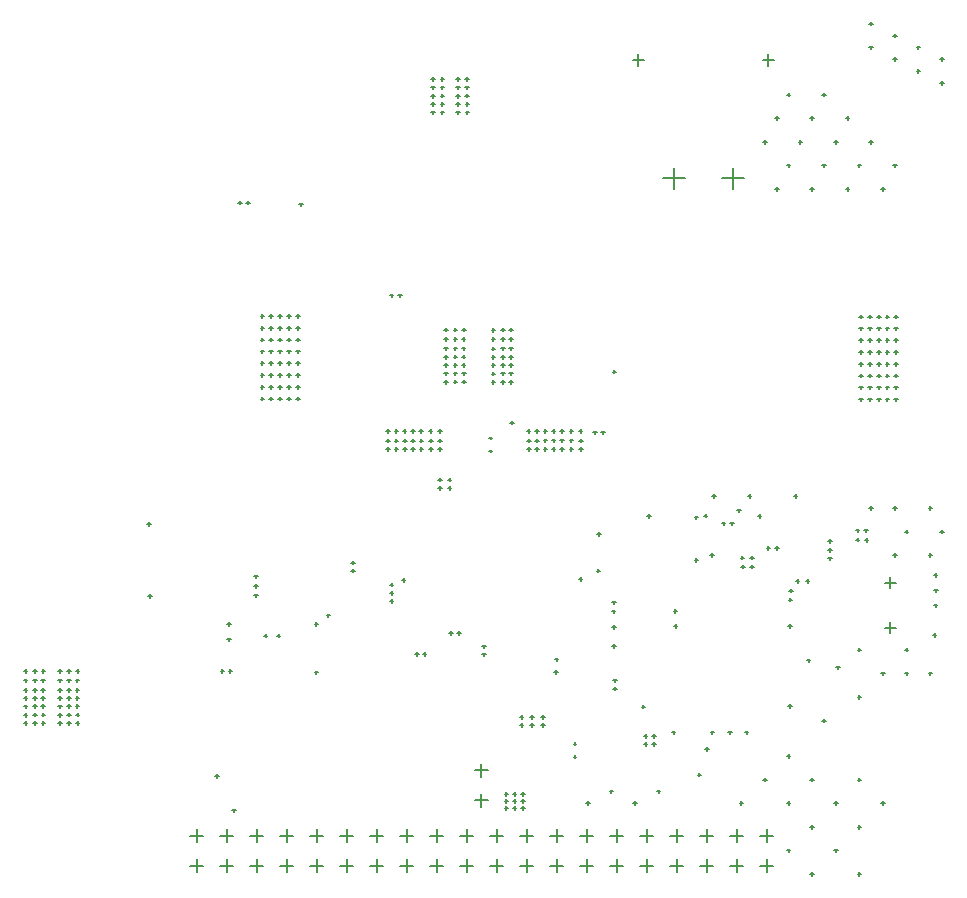
<source format=gbr>
%TF.GenerationSoftware,Altium Limited,Altium Designer,21.6.1 (37)*%
G04 Layer_Color=128*
%FSLAX45Y45*%
%MOMM*%
%TF.SameCoordinates,308497C2-864B-4A42-B135-7B231B7309CE*%
%TF.FilePolarity,Positive*%
%TF.FileFunction,Drillmap*%
%TF.Part,Single*%
G01*
G75*
%TA.AperFunction,NonConductor*%
%ADD175C,0.12700*%
D175*
X3566000Y271000D02*
X3676000D01*
X3621000Y216000D02*
Y326000D01*
X3820000Y271000D02*
X3930000D01*
X3875000Y216000D02*
Y326000D01*
X4074000Y271000D02*
X4184000D01*
X4129000Y216000D02*
Y326000D01*
X4328000Y271000D02*
X4438000D01*
X4383000Y216000D02*
Y326000D01*
X4582000Y271000D02*
X4692000D01*
X4637000Y216000D02*
Y326000D01*
X4836000Y271000D02*
X4946000D01*
X4891000Y216000D02*
Y326000D01*
X5090000Y271000D02*
X5200000D01*
X5145000Y216000D02*
Y326000D01*
X5344000Y271000D02*
X5454000D01*
X5399000Y216000D02*
Y326000D01*
X5598000Y271000D02*
X5708000D01*
X5653000Y216000D02*
Y326000D01*
X6360000Y525000D02*
X6470000D01*
X6415000Y470000D02*
Y580000D01*
X6106000Y271000D02*
X6216000D01*
X6161000Y216000D02*
Y326000D01*
X5852000Y271000D02*
X5962000D01*
X5907000Y216000D02*
Y326000D01*
X6106000Y525000D02*
X6216000D01*
X6161000Y470000D02*
Y580000D01*
X3566000Y525000D02*
X3676000D01*
X3621000Y470000D02*
Y580000D01*
X3820000Y525000D02*
X3930000D01*
X3875000Y470000D02*
Y580000D01*
X4074000Y525000D02*
X4184000D01*
X4129000Y470000D02*
Y580000D01*
X4328000Y525000D02*
X4438000D01*
X4383000Y470000D02*
Y580000D01*
X4582000Y525000D02*
X4692000D01*
X4637000Y470000D02*
Y580000D01*
X4836000Y525000D02*
X4946000D01*
X4891000Y470000D02*
Y580000D01*
X5090000Y525000D02*
X5200000D01*
X5145000Y470000D02*
Y580000D01*
X5344000Y525000D02*
X5454000D01*
X5399000Y470000D02*
Y580000D01*
X5598000Y525000D02*
X5708000D01*
X5653000Y470000D02*
Y580000D01*
X5852000Y525000D02*
X5962000D01*
X5907000Y470000D02*
Y580000D01*
X6360000Y271000D02*
X6470000D01*
X6415000Y216000D02*
Y326000D01*
X1534000Y271000D02*
X1644000D01*
X1589000Y216000D02*
Y326000D01*
X1788000Y271000D02*
X1898000D01*
X1843000Y216000D02*
Y326000D01*
X2042000Y271000D02*
X2152000D01*
X2097000Y216000D02*
Y326000D01*
X2550000Y271000D02*
X2660000D01*
X2605000Y216000D02*
Y326000D01*
X2804000Y271000D02*
X2914000D01*
X2859000Y216000D02*
Y326000D01*
X3058000Y271000D02*
X3168000D01*
X3113000Y216000D02*
Y326000D01*
X3312000Y271000D02*
X3422000D01*
X3367000Y216000D02*
Y326000D01*
X3058000Y525000D02*
X3168000D01*
X3113000Y470000D02*
Y580000D01*
X3312000Y525000D02*
X3422000D01*
X3367000Y470000D02*
Y580000D01*
X2804000Y525000D02*
X2914000D01*
X2859000Y470000D02*
Y580000D01*
X2296000Y271000D02*
X2406000D01*
X2351000Y216000D02*
Y326000D01*
X1788000Y525000D02*
X1898000D01*
X1843000Y470000D02*
Y580000D01*
X2042000Y525000D02*
X2152000D01*
X2097000Y470000D02*
Y580000D01*
X2296000Y525000D02*
X2406000D01*
X2351000Y470000D02*
Y580000D01*
X2550000Y525000D02*
X2660000D01*
X2605000Y470000D02*
Y580000D01*
X1534000Y525000D02*
X1644000D01*
X1589000Y470000D02*
Y580000D01*
X6039364Y6090000D02*
X6219364D01*
X6129364Y6000000D02*
Y6180000D01*
X5539364Y6090000D02*
X5719364D01*
X5629364Y6000000D02*
Y6180000D01*
X5279364Y7090000D02*
X5379364D01*
X5329364Y7040000D02*
Y7140000D01*
X6379364Y7090000D02*
X6479364D01*
X6429364Y7040000D02*
Y7140000D01*
X3945000Y825500D02*
X4055000D01*
X4000000Y770500D02*
Y880500D01*
X3945000Y1079500D02*
X4055000D01*
X4000000Y1024500D02*
Y1134500D01*
X7415076Y2665500D02*
X7510076D01*
X7462576Y2618000D02*
Y2713000D01*
X7415076Y2284500D02*
X7510076D01*
X7462576Y2237000D02*
Y2332000D01*
X6087500Y1400000D02*
X6117500D01*
X6102500Y1385000D02*
Y1415000D01*
X5939364Y1400000D02*
X5969364D01*
X5954364Y1385000D02*
Y1415000D01*
X6600829Y2523535D02*
X6630829D01*
X6615829Y2508535D02*
Y2538535D01*
X6277500Y2802500D02*
X6307500D01*
X6292500Y2787500D02*
Y2817500D01*
X6197500Y2802500D02*
X6227500D01*
X6212500Y2787500D02*
Y2817500D01*
X6275000Y2880000D02*
X6305000D01*
X6290000Y2865000D02*
Y2895000D01*
X6195000Y2880000D02*
X6225000D01*
X6210000Y2865000D02*
Y2895000D01*
X6485000Y2960000D02*
X6515000D01*
X6500000Y2945000D02*
Y2975000D01*
X6415000Y2960000D02*
X6445000D01*
X6430000Y2945000D02*
Y2975000D01*
X5935000Y2900000D02*
X5965000D01*
X5950000Y2885000D02*
Y2915000D01*
X5805000Y2860000D02*
X5835000D01*
X5820000Y2845000D02*
Y2875000D01*
X5107639Y2293294D02*
X5137638D01*
X5122638Y2278294D02*
Y2308294D01*
X2455000Y5870000D02*
X2485000D01*
X2470000Y5855000D02*
Y5885000D01*
X3295000Y5100000D02*
X3325000D01*
X3310000Y5085000D02*
Y5115000D01*
X3225000Y5100000D02*
X3255000D01*
X3240000Y5085000D02*
Y5115000D01*
X5015000Y3940000D02*
X5045000D01*
X5030000Y3925000D02*
Y3955000D01*
X4335000Y760000D02*
X4365000D01*
X4350000Y745000D02*
Y775000D01*
X4335000Y820000D02*
X4365000D01*
X4350000Y805000D02*
Y835000D01*
X4335000Y880000D02*
X4365000D01*
X4350000Y865000D02*
Y895000D01*
X1791803Y1919016D02*
X1821803D01*
X1806803Y1904016D02*
Y1934016D01*
X4005000Y2060000D02*
X4035000D01*
X4020000Y2045000D02*
Y2075000D01*
X3725000Y2240000D02*
X3755000D01*
X3740000Y2225000D02*
Y2255000D01*
X3795000Y2240000D02*
X3825000D01*
X3810000Y2225000D02*
Y2255000D01*
X3785638Y6648491D02*
X3815638D01*
X3800638Y6633491D02*
Y6663491D01*
X3865000Y6649364D02*
X3895000D01*
X3880000Y6634364D02*
Y6664364D01*
X3865000Y6720000D02*
X3895000D01*
X3880000Y6705000D02*
Y6735000D01*
X3785638Y6719127D02*
X3815638D01*
X3800638Y6704127D02*
Y6734127D01*
X3864363Y6790873D02*
X3894363D01*
X3879363Y6775873D02*
Y6805873D01*
X3785000Y6790000D02*
X3815000D01*
X3800000Y6775000D02*
Y6805000D01*
X3785000Y6860000D02*
X3815000D01*
X3800000Y6845000D02*
Y6875000D01*
X3864363Y6860873D02*
X3894363D01*
X3879363Y6845873D02*
Y6875873D01*
X3864363Y6930873D02*
X3894363D01*
X3879363Y6915873D02*
Y6945873D01*
X3785000Y6930000D02*
X3815000D01*
X3800000Y6915000D02*
Y6945000D01*
X3575638Y6648491D02*
X3605637D01*
X3590637Y6633491D02*
Y6663491D01*
X3655000Y6649364D02*
X3685000D01*
X3670000Y6634364D02*
Y6664364D01*
X3655000Y6720000D02*
X3685000D01*
X3670000Y6705000D02*
Y6735000D01*
X3575638Y6719127D02*
X3605637D01*
X3590637Y6704127D02*
Y6734127D01*
X3654363Y6790873D02*
X3684362D01*
X3669362Y6775873D02*
Y6805873D01*
X3575000Y6790000D02*
X3605000D01*
X3590000Y6775000D02*
Y6805000D01*
X3575000Y6860000D02*
X3605000D01*
X3590000Y6845000D02*
Y6875000D01*
X3654363Y6860873D02*
X3684362D01*
X3669362Y6845873D02*
Y6875873D01*
X3654363Y6930873D02*
X3684362D01*
X3669362Y6915873D02*
Y6945873D01*
X3575000Y6930000D02*
X3605000D01*
X3590000Y6915000D02*
Y6945000D01*
X565000Y1479364D02*
X595000D01*
X580000Y1464364D02*
Y1494364D01*
X415638Y1478491D02*
X445638D01*
X430638Y1463491D02*
Y1493491D01*
X495000Y1479364D02*
X525000D01*
X510000Y1464364D02*
Y1494364D01*
X495000Y1550000D02*
X525000D01*
X510000Y1535000D02*
Y1565000D01*
X565000Y1550000D02*
X595000D01*
X580000Y1535000D02*
Y1565000D01*
X415638Y1549127D02*
X445638D01*
X430638Y1534127D02*
Y1564127D01*
X494363Y1620873D02*
X524363D01*
X509363Y1605873D02*
Y1635873D01*
X415000Y1620000D02*
X445000D01*
X430000Y1605000D02*
Y1635000D01*
X564363Y1620873D02*
X594363D01*
X579363Y1605873D02*
Y1635873D01*
X564363Y1690873D02*
X594363D01*
X579363Y1675873D02*
Y1705873D01*
X415000Y1690000D02*
X445000D01*
X430000Y1675000D02*
Y1705000D01*
X494363Y1690873D02*
X524363D01*
X509363Y1675873D02*
Y1705873D01*
X494363Y1760873D02*
X524363D01*
X509363Y1745873D02*
Y1775873D01*
X564363Y1760873D02*
X594363D01*
X579363Y1745873D02*
Y1775873D01*
X415000Y1760000D02*
X445000D01*
X430000Y1745000D02*
Y1775000D01*
X564363Y1840873D02*
X594363D01*
X579363Y1825873D02*
Y1855873D01*
X494363Y1840873D02*
X524363D01*
X509363Y1825873D02*
Y1855873D01*
X415000Y1840000D02*
X445000D01*
X430000Y1825000D02*
Y1855000D01*
X415638Y1919127D02*
X445638D01*
X430638Y1904127D02*
Y1934127D01*
X495000Y1920000D02*
X525000D01*
X510000Y1905000D02*
Y1935000D01*
X565000Y1920000D02*
X595000D01*
X580000Y1905000D02*
Y1935000D01*
X275000Y1479364D02*
X305000D01*
X290000Y1464364D02*
Y1494364D01*
X125638Y1478491D02*
X155637D01*
X140638Y1463491D02*
Y1493491D01*
X205000Y1479364D02*
X235000D01*
X220000Y1464364D02*
Y1494364D01*
X205000Y1550000D02*
X235000D01*
X220000Y1535000D02*
Y1565000D01*
X275000Y1550000D02*
X305000D01*
X290000Y1535000D02*
Y1565000D01*
X125638Y1549127D02*
X155637D01*
X140638Y1534127D02*
Y1564127D01*
X204363Y1620873D02*
X234362D01*
X219363Y1605873D02*
Y1635873D01*
X125000Y1620000D02*
X155000D01*
X140000Y1605000D02*
Y1635000D01*
X274362Y1620873D02*
X304362D01*
X289362Y1605873D02*
Y1635873D01*
X274362Y1690873D02*
X304362D01*
X289362Y1675873D02*
Y1705873D01*
X125000Y1690000D02*
X155000D01*
X140000Y1675000D02*
Y1705000D01*
X204363Y1690873D02*
X234362D01*
X219363Y1675873D02*
Y1705873D01*
X204363Y1760873D02*
X234362D01*
X219363Y1745873D02*
Y1775873D01*
X274362Y1760873D02*
X304362D01*
X289362Y1745873D02*
Y1775873D01*
X125000Y1760000D02*
X155000D01*
X140000Y1745000D02*
Y1775000D01*
X274362Y1840873D02*
X304362D01*
X289362Y1825873D02*
Y1855873D01*
X204363Y1840873D02*
X234362D01*
X219363Y1825873D02*
Y1855873D01*
X125000Y1840000D02*
X155000D01*
X140000Y1825000D02*
Y1855000D01*
X125638Y1919127D02*
X155637D01*
X140638Y1904127D02*
Y1934127D01*
X205000Y1920000D02*
X235000D01*
X220000Y1905000D02*
Y1935000D01*
X275000Y1920000D02*
X305000D01*
X290000Y1905000D02*
Y1935000D01*
X6035000Y3170000D02*
X6065000D01*
X6050000Y3155000D02*
Y3185000D01*
X5805000Y3220000D02*
X5835000D01*
X5820000Y3205000D02*
Y3235000D01*
X5882538Y3235673D02*
X5912538D01*
X5897538Y3220673D02*
Y3250673D01*
X3835000Y4369364D02*
X3865000D01*
X3850000Y4354364D02*
Y4384364D01*
X3685638Y4368491D02*
X3715637D01*
X3700638Y4353491D02*
Y4383491D01*
X3765000Y4369364D02*
X3795000D01*
X3780000Y4354364D02*
Y4384364D01*
X3765000Y4440000D02*
X3795000D01*
X3780000Y4425000D02*
Y4455000D01*
X3835000Y4440000D02*
X3865000D01*
X3850000Y4425000D02*
Y4455000D01*
X3685638Y4439127D02*
X3715637D01*
X3700638Y4424127D02*
Y4454127D01*
X3764363Y4510873D02*
X3794362D01*
X3779363Y4495873D02*
Y4525873D01*
X3685000Y4510000D02*
X3715000D01*
X3700000Y4495000D02*
Y4525000D01*
X3834362Y4510873D02*
X3864362D01*
X3849362Y4495873D02*
Y4525873D01*
X3834362Y4580873D02*
X3864362D01*
X3849362Y4565873D02*
Y4595873D01*
X3685000Y4580000D02*
X3715000D01*
X3700000Y4565000D02*
Y4595000D01*
X3764363Y4580873D02*
X3794362D01*
X3779363Y4565873D02*
Y4595873D01*
X3764363Y4650873D02*
X3794362D01*
X3779363Y4635873D02*
Y4665873D01*
X3834362Y4650873D02*
X3864362D01*
X3849362Y4635873D02*
Y4665873D01*
X3685000Y4650000D02*
X3715000D01*
X3700000Y4635000D02*
Y4665000D01*
X3834362Y4730873D02*
X3864362D01*
X3849362Y4715873D02*
Y4745873D01*
X3764363Y4730873D02*
X3794362D01*
X3779363Y4715873D02*
Y4745873D01*
X3685000Y4730000D02*
X3715000D01*
X3700000Y4715000D02*
Y4745000D01*
X3685638Y4809127D02*
X3715637D01*
X3700638Y4794127D02*
Y4824127D01*
X3765000Y4810000D02*
X3795000D01*
X3780000Y4795000D02*
Y4825000D01*
X3835000Y4810000D02*
X3865000D01*
X3850000Y4795000D02*
Y4825000D01*
X4235637Y4368491D02*
X4265637D01*
X4250637Y4353491D02*
Y4383491D01*
X4086275Y4367618D02*
X4116275D01*
X4101275Y4352618D02*
Y4382618D01*
X4165638Y4368491D02*
X4195638D01*
X4180638Y4353491D02*
Y4383491D01*
X4165638Y4439127D02*
X4195638D01*
X4180638Y4424127D02*
Y4454127D01*
X4235637Y4439127D02*
X4265637D01*
X4250637Y4424127D02*
Y4454127D01*
X4086275Y4438254D02*
X4116275D01*
X4101275Y4423254D02*
Y4453254D01*
X4165000Y4510000D02*
X4195000D01*
X4180000Y4495000D02*
Y4525000D01*
X4085637Y4509127D02*
X4115637D01*
X4100637Y4494127D02*
Y4524127D01*
X4235000Y4510000D02*
X4265000D01*
X4250000Y4495000D02*
Y4525000D01*
X4235000Y4580000D02*
X4265000D01*
X4250000Y4565000D02*
Y4595000D01*
X4085637Y4579127D02*
X4115637D01*
X4100637Y4564127D02*
Y4594127D01*
X4165000Y4580000D02*
X4195000D01*
X4180000Y4565000D02*
Y4595000D01*
X4165000Y4650000D02*
X4195000D01*
X4180000Y4635000D02*
Y4665000D01*
X4235000Y4650000D02*
X4265000D01*
X4250000Y4635000D02*
Y4665000D01*
X4085637Y4649127D02*
X4115637D01*
X4100637Y4634127D02*
Y4664127D01*
X4235000Y4730000D02*
X4265000D01*
X4250000Y4715000D02*
Y4745000D01*
X4165000Y4730000D02*
X4195000D01*
X4180000Y4715000D02*
Y4745000D01*
X4085637Y4729127D02*
X4115637D01*
X4100637Y4714127D02*
Y4744127D01*
X4086275Y4808254D02*
X4116275D01*
X4101275Y4793254D02*
Y4823254D01*
X4165638Y4809127D02*
X4195638D01*
X4180638Y4794127D02*
Y4824127D01*
X4235637Y4809127D02*
X4265637D01*
X4250637Y4794127D02*
Y4824127D01*
X4385237Y3800638D02*
X4415237D01*
X4400237Y3785638D02*
Y3815638D01*
X4384364Y3950000D02*
X4414364D01*
X4399364Y3935000D02*
Y3965000D01*
X4385237Y3870637D02*
X4415237D01*
X4400237Y3855637D02*
Y3885637D01*
X4455873Y3870637D02*
X4485873D01*
X4470873Y3855637D02*
Y3885637D01*
X4455873Y3800638D02*
X4485873D01*
X4470873Y3785638D02*
Y3815638D01*
X4455000Y3950000D02*
X4485000D01*
X4470000Y3935000D02*
Y3965000D01*
X4526746Y3871275D02*
X4556746D01*
X4541746Y3856275D02*
Y3886275D01*
X4525873Y3950638D02*
X4555873D01*
X4540873Y3935638D02*
Y3965637D01*
X4526746Y3801275D02*
X4556746D01*
X4541746Y3786275D02*
Y3816275D01*
X4596746Y3801275D02*
X4626746D01*
X4611746Y3786275D02*
Y3816275D01*
X4595873Y3950638D02*
X4625873D01*
X4610873Y3935638D02*
Y3965637D01*
X4596746Y3871275D02*
X4626746D01*
X4611746Y3856275D02*
Y3886275D01*
X4666746Y3871275D02*
X4696746D01*
X4681746Y3856275D02*
Y3886275D01*
X4666746Y3801275D02*
X4696746D01*
X4681746Y3786275D02*
Y3816275D01*
X4665873Y3950638D02*
X4695873D01*
X4680873Y3935638D02*
Y3965637D01*
X4746746Y3801275D02*
X4776746D01*
X4761746Y3786275D02*
Y3816275D01*
X4746746Y3871275D02*
X4776746D01*
X4761746Y3856275D02*
Y3886275D01*
X4745873Y3950638D02*
X4775873D01*
X4760873Y3935638D02*
Y3965637D01*
X4825000Y3950000D02*
X4855000D01*
X4840000Y3935000D02*
Y3965000D01*
X4825873Y3870637D02*
X4855873D01*
X4840873Y3855637D02*
Y3885637D01*
X4825873Y3800638D02*
X4855873D01*
X4840873Y3785638D02*
Y3815638D01*
X3635000Y3800000D02*
X3665000D01*
X3650000Y3785000D02*
Y3815000D01*
X3635000Y3870000D02*
X3665000D01*
X3650000Y3855000D02*
Y3885000D01*
X3634127Y3949362D02*
X3664127D01*
X3649127Y3934362D02*
Y3964362D01*
X3555000Y3950000D02*
X3585000D01*
X3570000Y3935000D02*
Y3965000D01*
X3555873Y3870637D02*
X3585873D01*
X3570873Y3855637D02*
Y3885637D01*
X3555873Y3800638D02*
X3585873D01*
X3570873Y3785638D02*
Y3815638D01*
X3475000Y3950000D02*
X3505000D01*
X3490000Y3935000D02*
Y3965000D01*
X3475873Y3800638D02*
X3505873D01*
X3490873Y3785638D02*
Y3815638D01*
X3475873Y3870637D02*
X3505873D01*
X3490873Y3855637D02*
Y3885637D01*
X3405873Y3870637D02*
X3435873D01*
X3420873Y3855637D02*
Y3885637D01*
X3405000Y3950000D02*
X3435000D01*
X3420000Y3935000D02*
Y3965000D01*
X3405873Y3800638D02*
X3435873D01*
X3420873Y3785638D02*
Y3815638D01*
X3335873Y3800638D02*
X3365873D01*
X3350873Y3785638D02*
Y3815638D01*
X3335000Y3950000D02*
X3365000D01*
X3350000Y3935000D02*
Y3965000D01*
X3335873Y3870637D02*
X3365873D01*
X3350873Y3855637D02*
Y3885637D01*
X3264127Y3949362D02*
X3294127D01*
X3279127Y3934362D02*
Y3964362D01*
X3265000Y3800000D02*
X3295000D01*
X3280000Y3785000D02*
Y3815000D01*
X3265000Y3870000D02*
X3295000D01*
X3280000Y3855000D02*
Y3885000D01*
X7885000Y6900000D02*
X7915000D01*
X7900000Y6885000D02*
Y6915000D01*
X7885000Y7100000D02*
X7915000D01*
X7900000Y7085000D02*
Y7115000D01*
X7685000Y7000000D02*
X7715000D01*
X7700000Y6985000D02*
Y7015000D01*
X7685000Y7200000D02*
X7715000D01*
X7700000Y7185000D02*
Y7215000D01*
X7485000Y7100000D02*
X7515000D01*
X7500000Y7085000D02*
Y7115000D01*
X7185000Y200000D02*
X7215000D01*
X7200000Y185000D02*
Y215000D01*
X6785000Y200000D02*
X6815000D01*
X6800000Y185000D02*
Y215000D01*
X6585000Y400000D02*
X6615000D01*
X6600000Y385000D02*
Y415000D01*
X6985000Y400000D02*
X7015000D01*
X7000000Y385000D02*
Y415000D01*
X7185000Y600000D02*
X7215000D01*
X7200000Y585000D02*
Y615000D01*
X6785000Y600000D02*
X6815000D01*
X6800000Y585000D02*
Y615000D01*
X7285000Y7400000D02*
X7315000D01*
X7300000Y7385000D02*
Y7415000D01*
X7485000Y7300000D02*
X7515000D01*
X7500000Y7285000D02*
Y7315000D01*
X7285000Y7200000D02*
X7315000D01*
X7300000Y7185000D02*
Y7215000D01*
X6485000Y6000000D02*
X6515000D01*
X6500000Y5985000D02*
Y6015000D01*
X6785000Y6000000D02*
X6815000D01*
X6800000Y5985000D02*
Y6015000D01*
X7085000Y6000000D02*
X7115000D01*
X7100000Y5985000D02*
Y6015000D01*
X7385000Y6000000D02*
X7415000D01*
X7400000Y5985000D02*
Y6015000D01*
X7485000Y6200000D02*
X7515000D01*
X7500000Y6185000D02*
Y6215000D01*
X7185000Y6200000D02*
X7215000D01*
X7200000Y6185000D02*
Y6215000D01*
X6885000Y6200000D02*
X6915000D01*
X6900000Y6185000D02*
Y6215000D01*
X6585000Y6200000D02*
X6615000D01*
X6600000Y6185000D02*
Y6215000D01*
X6385000Y6400000D02*
X6415000D01*
X6400000Y6385000D02*
Y6415000D01*
X6685000Y6400000D02*
X6715000D01*
X6700000Y6385000D02*
Y6415000D01*
X6985000Y6400000D02*
X7015000D01*
X7000000Y6385000D02*
Y6415000D01*
X7285000Y6400000D02*
X7315000D01*
X7300000Y6385000D02*
Y6415000D01*
X7085000Y6600000D02*
X7115000D01*
X7100000Y6585000D02*
Y6615000D01*
X6885000Y6800000D02*
X6915000D01*
X6900000Y6785000D02*
Y6815000D01*
X6785000Y6600000D02*
X6815000D01*
X6800000Y6585000D02*
Y6615000D01*
X6485000Y6600000D02*
X6515000D01*
X6500000Y6585000D02*
Y6615000D01*
X6585000Y6800000D02*
X6615000D01*
X6600000Y6785000D02*
Y6815000D01*
X7585000Y1900000D02*
X7615000D01*
X7600000Y1885000D02*
Y1915000D01*
X4885000Y800000D02*
X4915000D01*
X4900000Y785000D02*
Y815000D01*
X5085000Y900000D02*
X5115000D01*
X5100000Y885000D02*
Y915000D01*
X5285000Y800000D02*
X5315000D01*
X5300000Y785000D02*
Y815000D01*
X5485000Y900000D02*
X5515000D01*
X5500000Y885000D02*
Y915000D01*
X7285000Y3300000D02*
X7315000D01*
X7300000Y3285000D02*
Y3315000D01*
X7785000Y2900000D02*
X7815000D01*
X7800000Y2885000D02*
Y2915000D01*
X7485000Y2900000D02*
X7515000D01*
X7500000Y2885000D02*
Y2915000D01*
X7885000Y3100000D02*
X7915000D01*
X7900000Y3085000D02*
Y3115000D01*
X7585000Y3100000D02*
X7615000D01*
X7600000Y3085000D02*
Y3115000D01*
X7785000Y3300000D02*
X7815000D01*
X7800000Y3285000D02*
Y3315000D01*
X7485000Y3300000D02*
X7515000D01*
X7500000Y3285000D02*
Y3315000D01*
X7185000Y2100000D02*
X7215000D01*
X7200000Y2085000D02*
Y2115000D01*
X7785000Y1900000D02*
X7815000D01*
X7800000Y1885000D02*
Y1915000D01*
X7585000Y2100000D02*
X7615000D01*
X7600000Y2085000D02*
Y2115000D01*
X7385000Y1900000D02*
X7415000D01*
X7400000Y1885000D02*
Y1915000D01*
X7185000Y1700000D02*
X7215000D01*
X7200000Y1685000D02*
Y1715000D01*
X6885000Y1500000D02*
X6915000D01*
X6900000Y1485000D02*
Y1515000D01*
X6585000Y1200000D02*
X6615000D01*
X6600000Y1185000D02*
Y1215000D01*
X7385000Y800000D02*
X7415000D01*
X7400000Y785000D02*
Y815000D01*
X7185000Y1000000D02*
X7215000D01*
X7200000Y985000D02*
Y1015000D01*
X6985000Y800000D02*
X7015000D01*
X7000000Y785000D02*
Y815000D01*
X6785000Y1000000D02*
X6815000D01*
X6800000Y985000D02*
Y1015000D01*
X6585000Y800000D02*
X6615000D01*
X6600000Y785000D02*
Y815000D01*
X6385000Y1000000D02*
X6415000D01*
X6400000Y985000D02*
Y1015000D01*
X6185000Y800000D02*
X6215000D01*
X6200000Y785000D02*
Y815000D01*
X3635000Y3540000D02*
X3665000D01*
X3650000Y3525000D02*
Y3555000D01*
X3715000Y3540000D02*
X3745000D01*
X3730000Y3525000D02*
Y3555000D01*
X4944364Y3940000D02*
X4974364D01*
X4959364Y3925000D02*
Y3955000D01*
X3635000Y3467500D02*
X3665000D01*
X3650000Y3452500D02*
Y3482500D01*
X3715000Y3467500D02*
X3745000D01*
X3730000Y3452500D02*
Y3482500D01*
X6935000Y3020000D02*
X6965000D01*
X6950000Y3005000D02*
Y3035000D01*
X6935000Y2945000D02*
X6965000D01*
X6950000Y2930000D02*
Y2960000D01*
X6935000Y2872500D02*
X6965000D01*
X6950000Y2857500D02*
Y2887500D01*
X1940000Y5885000D02*
X1970000D01*
X1955000Y5870000D02*
Y5900000D01*
X2007500Y5885000D02*
X2037500D01*
X2022500Y5870000D02*
Y5900000D01*
X1859178Y1919265D02*
X1889178D01*
X1874178Y1904265D02*
Y1934265D01*
X4414364Y1460000D02*
X4444364D01*
X4429364Y1445000D02*
Y1475000D01*
X4414364Y1530000D02*
X4444364D01*
X4429364Y1515000D02*
Y1545000D01*
X4504364Y1530000D02*
X4534364D01*
X4519364Y1515000D02*
Y1545000D01*
X6229364Y1400000D02*
X6259364D01*
X6244364Y1385000D02*
Y1415000D01*
X6595000Y2300000D02*
X6625000D01*
X6610000Y2285000D02*
Y2315000D01*
X7822500Y2225000D02*
X7852500D01*
X7837500Y2210000D02*
Y2240000D01*
X7830000Y2475000D02*
X7860000D01*
X7845000Y2460000D02*
Y2490000D01*
X7832500Y2602500D02*
X7862500D01*
X7847500Y2587500D02*
Y2617500D01*
X7830000Y2730000D02*
X7860000D01*
X7845000Y2715000D02*
Y2745000D01*
X7245000Y3030000D02*
X7275000D01*
X7260000Y3015000D02*
Y3045000D01*
X7170000Y3032500D02*
X7200000D01*
X7185000Y3017500D02*
Y3047500D01*
X7242500Y3110000D02*
X7272500D01*
X7257500Y3095000D02*
Y3125000D01*
X7170000Y3110000D02*
X7200000D01*
X7185000Y3095000D02*
Y3125000D01*
X5107649Y2133285D02*
X5137649D01*
X5122649Y2118285D02*
Y2148285D01*
X5627500Y2427500D02*
X5657500D01*
X5642500Y2412500D02*
Y2442500D01*
X3325284Y2689716D02*
X3355284D01*
X3340284Y2674716D02*
Y2704716D01*
X5445636Y1302500D02*
X5475635D01*
X5460636Y1287500D02*
Y1317500D01*
X5375000Y1302500D02*
X5405000D01*
X5390000Y1287500D02*
Y1317500D01*
X4504364Y1460000D02*
X4534364D01*
X4519364Y1445000D02*
Y1475000D01*
X5829364Y1042500D02*
X5859364D01*
X5844364Y1027500D02*
Y1057500D01*
X5611865Y1400000D02*
X5641865D01*
X5626865Y1385000D02*
Y1415000D01*
X2586864Y1907500D02*
X2616864D01*
X2601864Y1892500D02*
Y1922500D01*
X3224364Y2650000D02*
X3254364D01*
X3239364Y2635000D02*
Y2665000D01*
X4324364Y1460000D02*
X4354364D01*
X4339364Y1445000D02*
Y1475000D01*
X6340000Y3232500D02*
X6370000D01*
X6355000Y3217500D02*
Y3247500D01*
X4979364Y3077500D02*
X5009364D01*
X4994364Y3062500D02*
Y3092500D01*
X6604364Y2600000D02*
X6634364D01*
X6619364Y2585000D02*
Y2615000D01*
X5110000Y4455000D02*
X5140000D01*
X5125000Y4440000D02*
Y4470000D01*
X6165000Y3280000D02*
X6195000D01*
X6180000Y3265000D02*
Y3295000D01*
X7421865Y4720000D02*
X7451864D01*
X7436864Y4705000D02*
Y4735000D01*
X7421865Y4420000D02*
X7451864D01*
X7436864Y4405000D02*
Y4435000D01*
X7351864Y4420000D02*
X7381864D01*
X7366864Y4405000D02*
Y4435000D01*
X7351864Y4620000D02*
X7381864D01*
X7366864Y4605000D02*
Y4635000D01*
X7421865Y4320000D02*
X7451864D01*
X7436864Y4305000D02*
Y4335000D01*
X7421865Y4520000D02*
X7451864D01*
X7436864Y4505000D02*
Y4535000D01*
X7496864Y4220000D02*
X7526864D01*
X7511864Y4205000D02*
Y4235000D01*
X7351864Y4820000D02*
X7381864D01*
X7366864Y4805000D02*
Y4835000D01*
X7421865Y4220000D02*
X7451864D01*
X7436864Y4205000D02*
Y4235000D01*
X7199364Y4720000D02*
X7229364D01*
X7214364Y4705000D02*
Y4735000D01*
X7274364Y4520000D02*
X7304364D01*
X7289364Y4505000D02*
Y4535000D01*
X7421865Y4620000D02*
X7451864D01*
X7436864Y4605000D02*
Y4635000D01*
X7421865Y4920000D02*
X7451864D01*
X7436864Y4905000D02*
Y4935000D01*
X7199364Y4820000D02*
X7229364D01*
X7214364Y4805000D02*
Y4835000D01*
X7351864Y4720000D02*
X7381864D01*
X7366864Y4705000D02*
Y4735000D01*
X7496864Y4920000D02*
X7526864D01*
X7511864Y4905000D02*
Y4935000D01*
X7274364Y4820000D02*
X7304364D01*
X7289364Y4805000D02*
Y4835000D01*
X7199364Y4920000D02*
X7229364D01*
X7214364Y4905000D02*
Y4935000D01*
X7274364Y4220000D02*
X7304364D01*
X7289364Y4205000D02*
Y4235000D01*
X7421865Y4820000D02*
X7451864D01*
X7436864Y4805000D02*
Y4835000D01*
X7274364Y4420000D02*
X7304364D01*
X7289364Y4405000D02*
Y4435000D01*
X7274364Y4620000D02*
X7304364D01*
X7289364Y4605000D02*
Y4635000D01*
X7496864Y4820000D02*
X7526864D01*
X7511864Y4805000D02*
Y4835000D01*
X7351864Y4220000D02*
X7381864D01*
X7366864Y4205000D02*
Y4235000D01*
X7199364Y4220000D02*
X7229364D01*
X7214364Y4205000D02*
Y4235000D01*
X7199364Y4520000D02*
X7229364D01*
X7214364Y4505000D02*
Y4535000D01*
X7199364Y4420000D02*
X7229364D01*
X7214364Y4405000D02*
Y4435000D01*
X7274364Y4720000D02*
X7304364D01*
X7289364Y4705000D02*
Y4735000D01*
X7496864Y4720000D02*
X7526864D01*
X7511864Y4705000D02*
Y4735000D01*
X7199364Y4320000D02*
X7229364D01*
X7214364Y4305000D02*
Y4335000D01*
X7274364Y4920000D02*
X7304364D01*
X7289364Y4905000D02*
Y4935000D01*
X7496864Y4320000D02*
X7526864D01*
X7511864Y4305000D02*
Y4335000D01*
X7199364Y4620000D02*
X7229364D01*
X7214364Y4605000D02*
Y4635000D01*
X7496864Y4520000D02*
X7526864D01*
X7511864Y4505000D02*
Y4535000D01*
X7351864Y4920000D02*
X7381864D01*
X7366864Y4905000D02*
Y4935000D01*
X7496864Y4420000D02*
X7526864D01*
X7511864Y4405000D02*
Y4435000D01*
X7496864Y4620000D02*
X7526864D01*
X7511864Y4605000D02*
Y4635000D01*
X7351864Y4320000D02*
X7381864D01*
X7366864Y4305000D02*
Y4335000D01*
X7274364Y4320000D02*
X7304364D01*
X7289364Y4305000D02*
Y4335000D01*
X7351864Y4520000D02*
X7381864D01*
X7366864Y4505000D02*
Y4535000D01*
X4784364Y1195000D02*
X4804364D01*
X4794364Y1185000D02*
Y1205000D01*
X4784364Y1305000D02*
X4804364D01*
X4794364Y1295000D02*
Y1315000D01*
X5375000Y1370000D02*
X5405000D01*
X5390000Y1355000D02*
Y1385000D01*
X5445000Y1370000D02*
X5475000D01*
X5460000Y1355000D02*
Y1385000D01*
X4066864Y3892500D02*
X4086864D01*
X4076864Y3882500D02*
Y3902500D01*
X4066864Y3782500D02*
X4086864D01*
X4076864Y3772500D02*
Y3792500D01*
X2161864Y2220000D02*
X2181864D01*
X2171864Y2210000D02*
Y2230000D01*
X2271864Y2220000D02*
X2291864D01*
X2281864Y2210000D02*
Y2230000D01*
X4614364Y1910000D02*
X4644364D01*
X4629364Y1895000D02*
Y1925000D01*
X5894364Y1260000D02*
X5924364D01*
X5909364Y1245000D02*
Y1275000D01*
X6754364Y2010000D02*
X6784364D01*
X6769364Y1995000D02*
Y2025000D01*
X6644364Y3400000D02*
X6674364D01*
X6659364Y3385000D02*
Y3415000D01*
X4004364Y2127500D02*
X4034364D01*
X4019364Y2112500D02*
Y2142500D01*
X6746864Y2680000D02*
X6776864D01*
X6761864Y2665000D02*
Y2695000D01*
X5106865Y2500000D02*
X5136865D01*
X5121865Y2485000D02*
Y2515000D01*
X5104364Y2425000D02*
X5134364D01*
X5119364Y2410000D02*
Y2440000D01*
X7001864Y1950000D02*
X7031864D01*
X7016864Y1935000D02*
Y1965000D01*
X4621864Y2017500D02*
X4651864D01*
X4636864Y2002500D02*
Y2032500D01*
X5629364Y2300000D02*
X5659364D01*
X5644364Y2285000D02*
Y2315000D01*
X2689364Y2390000D02*
X2719364D01*
X2704364Y2375000D02*
Y2405000D01*
X2586864Y2317500D02*
X2616864D01*
X2601864Y2302500D02*
Y2332500D01*
X1891864Y740000D02*
X1921864D01*
X1906864Y725000D02*
Y755000D01*
X1744364Y1030000D02*
X1774364D01*
X1759364Y1015000D02*
Y1045000D01*
X1849364Y2317500D02*
X1879364D01*
X1864364Y2302500D02*
Y2332500D01*
X1846864Y2187500D02*
X1876864D01*
X1861864Y2172500D02*
Y2202500D01*
X1176864Y2555000D02*
X1206864D01*
X1191864Y2540000D02*
Y2570000D01*
X1171864Y3165000D02*
X1201864D01*
X1186864Y3150000D02*
Y3180000D01*
X2074364Y2560000D02*
X2104364D01*
X2089364Y2545000D02*
Y2575000D01*
X2074364Y2640000D02*
X2104364D01*
X2089364Y2625000D02*
Y2655000D01*
X2074364Y2720000D02*
X2104364D01*
X2089364Y2705000D02*
Y2735000D01*
X3504364Y2065000D02*
X3534364D01*
X3519364Y2050000D02*
Y2080000D01*
X3436864Y2065000D02*
X3466864D01*
X3451864Y2050000D02*
Y2080000D01*
X2899364Y2770000D02*
X2929364D01*
X2914364Y2755000D02*
Y2785000D01*
X2899364Y2837500D02*
X2929364D01*
X2914364Y2822500D02*
Y2852500D01*
X3224364Y2510000D02*
X3254364D01*
X3239364Y2495000D02*
Y2525000D01*
X3224364Y2580000D02*
X3254364D01*
X3239364Y2565000D02*
Y2595000D01*
X4195000Y880000D02*
X4225000D01*
X4210000Y865000D02*
Y895000D01*
X4265000Y880000D02*
X4295000D01*
X4280000Y865000D02*
Y895000D01*
X4195000Y760000D02*
X4225000D01*
X4210000Y745000D02*
Y775000D01*
X4265000Y760000D02*
X4295000D01*
X4280000Y745000D02*
Y775000D01*
X4265000Y820000D02*
X4295000D01*
X4280000Y805000D02*
Y835000D01*
X4195000Y820000D02*
X4225000D01*
X4210000Y805000D02*
Y835000D01*
X5115000Y1840000D02*
X5145000D01*
X5130000Y1825000D02*
Y1855000D01*
X5114364Y1770000D02*
X5144364D01*
X5129364Y1755000D02*
Y1785000D01*
X4824364Y2700000D02*
X4854364D01*
X4839364Y2685000D02*
Y2715000D01*
X6661864Y2680000D02*
X6691864D01*
X6676864Y2665000D02*
Y2695000D01*
X6104364Y3170000D02*
X6134364D01*
X6119364Y3155000D02*
Y3185000D01*
X6254364Y3400000D02*
X6284364D01*
X6269364Y3385000D02*
Y3415000D01*
X5954365Y3400000D02*
X5984364D01*
X5969364Y3385000D02*
Y3415000D01*
X5405115Y3231750D02*
X5435115D01*
X5420115Y3216750D02*
Y3246750D01*
X6598614Y1623250D02*
X6628614D01*
X6613614Y1608250D02*
Y1638250D01*
X5355115Y1618250D02*
X5385115D01*
X5370115Y1603250D02*
Y1633250D01*
X4324364Y1530000D02*
X4354364D01*
X4339364Y1515000D02*
Y1545000D01*
X4974364Y2770000D02*
X5004364D01*
X4989364Y2755000D02*
Y2785000D01*
X2429364Y4925000D02*
X2459364D01*
X2444364Y4910000D02*
Y4940000D01*
X2354364Y4925000D02*
X2384364D01*
X2369364Y4910000D02*
Y4940000D01*
X2279364Y4925000D02*
X2309364D01*
X2294364Y4910000D02*
Y4940000D01*
X2129364Y4925000D02*
X2159364D01*
X2144364Y4910000D02*
Y4940000D01*
X2204364Y4925000D02*
X2234364D01*
X2219364Y4910000D02*
Y4940000D01*
X2204364Y4225000D02*
X2234364D01*
X2219364Y4210000D02*
Y4240000D01*
X2129364Y4225000D02*
X2159364D01*
X2144364Y4210000D02*
Y4240000D01*
X2279364Y4225000D02*
X2309364D01*
X2294364Y4210000D02*
Y4240000D01*
X2354364Y4225000D02*
X2384364D01*
X2369364Y4210000D02*
Y4240000D01*
X2429364Y4225000D02*
X2459364D01*
X2444364Y4210000D02*
Y4240000D01*
X2204364Y4325000D02*
X2234364D01*
X2219364Y4310000D02*
Y4340000D01*
X2129364Y4325000D02*
X2159364D01*
X2144364Y4310000D02*
Y4340000D01*
X2279364Y4325000D02*
X2309364D01*
X2294364Y4310000D02*
Y4340000D01*
X2354364Y4325000D02*
X2384364D01*
X2369364Y4310000D02*
Y4340000D01*
X2429364Y4325000D02*
X2459364D01*
X2444364Y4310000D02*
Y4340000D01*
X2204364Y4425000D02*
X2234364D01*
X2219364Y4410000D02*
Y4440000D01*
X2129364Y4425000D02*
X2159364D01*
X2144364Y4410000D02*
Y4440000D01*
X2279364Y4425000D02*
X2309364D01*
X2294364Y4410000D02*
Y4440000D01*
X2354364Y4425000D02*
X2384364D01*
X2369364Y4410000D02*
Y4440000D01*
X2429364Y4425000D02*
X2459364D01*
X2444364Y4410000D02*
Y4440000D01*
X2204364Y4525000D02*
X2234364D01*
X2219364Y4510000D02*
Y4540000D01*
X2129364Y4525000D02*
X2159364D01*
X2144364Y4510000D02*
Y4540000D01*
X2279364Y4525000D02*
X2309364D01*
X2294364Y4510000D02*
Y4540000D01*
X2354364Y4525000D02*
X2384364D01*
X2369364Y4510000D02*
Y4540000D01*
X2429364Y4525000D02*
X2459364D01*
X2444364Y4510000D02*
Y4540000D01*
X2204364Y4625000D02*
X2234364D01*
X2219364Y4610000D02*
Y4640000D01*
X2129364Y4625000D02*
X2159364D01*
X2144364Y4610000D02*
Y4640000D01*
X2279364Y4625000D02*
X2309364D01*
X2294364Y4610000D02*
Y4640000D01*
X2354364Y4625000D02*
X2384364D01*
X2369364Y4610000D02*
Y4640000D01*
X2429364Y4625000D02*
X2459364D01*
X2444364Y4610000D02*
Y4640000D01*
X2204364Y4725000D02*
X2234364D01*
X2219364Y4710000D02*
Y4740000D01*
X2129364Y4725000D02*
X2159364D01*
X2144364Y4710000D02*
Y4740000D01*
X2279364Y4725000D02*
X2309364D01*
X2294364Y4710000D02*
Y4740000D01*
X2354364Y4725000D02*
X2384364D01*
X2369364Y4710000D02*
Y4740000D01*
X2429364Y4725000D02*
X2459364D01*
X2444364Y4710000D02*
Y4740000D01*
X2204364Y4825000D02*
X2234364D01*
X2219364Y4810000D02*
Y4840000D01*
X2129364Y4825000D02*
X2159364D01*
X2144364Y4810000D02*
Y4840000D01*
X2279364Y4825000D02*
X2309364D01*
X2294364Y4810000D02*
Y4840000D01*
X2354364Y4825000D02*
X2384364D01*
X2369364Y4810000D02*
Y4840000D01*
X2429364Y4825000D02*
X2459364D01*
X2444364Y4810000D02*
Y4840000D01*
X4241864Y4022500D02*
X4271864D01*
X4256864Y4007500D02*
Y4037500D01*
X3194364Y3870000D02*
X3224364D01*
X3209364Y3855000D02*
Y3885000D01*
X3193491Y3949362D02*
X3223491D01*
X3208491Y3934362D02*
Y3964362D01*
X3194364Y3800000D02*
X3224364D01*
X3209364Y3785000D02*
Y3815000D01*
%TF.MD5,2562cd1a7724bb8fbee5342111c40609*%
M02*

</source>
